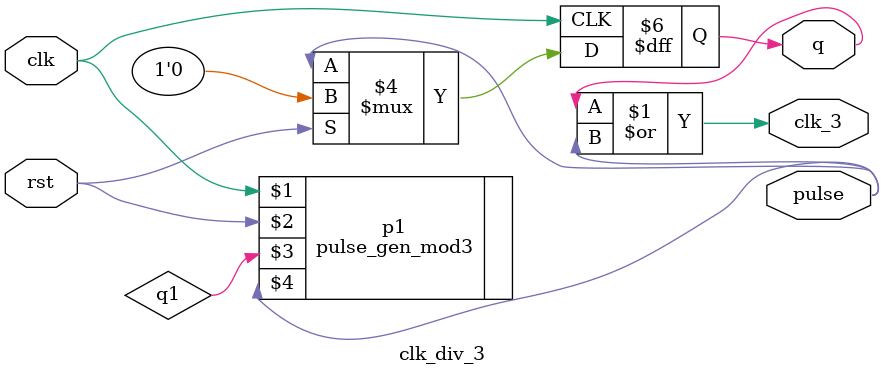
<source format=v>
`timescale 1ns / 1ps

module clk_div_3(clk,rst,clk_3,pulse,q);
    input clk,rst;
    output clk_3,pulse,q;
    
    wire pulse;
    reg q;
    wire q1;
    
    assign clk_3 = q | pulse;
    
    pulse_gen_mod3 p1(clk,rst,q1,pulse);
    
    
    always@(negedge clk) begin
        if(rst)
            q <= 0;
        else    
            q <= pulse;
    end    
endmodule

</source>
